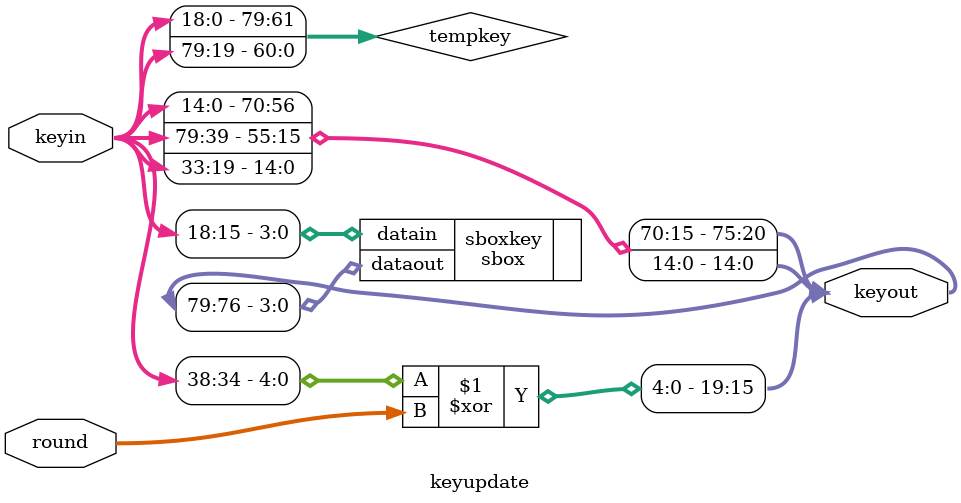
<source format=v>
`timescale 1ns / 1ps


module keyupdate(
input [4:0] round,
input [79:0] keyin,
output [79:0] keyout
    );
wire [79:0] tempkey;
assign tempkey = {keyin[18:0],keyin[79:19]};
sbox sboxkey (.datain(tempkey[79:76]),.dataout(keyout[79:76]));
assign keyout[14:0] = tempkey[14:0];
assign keyout[75:20]= tempkey[75:20];
assign keyout[19:15] = tempkey[19:15] ^ round;
endmodule

</source>
